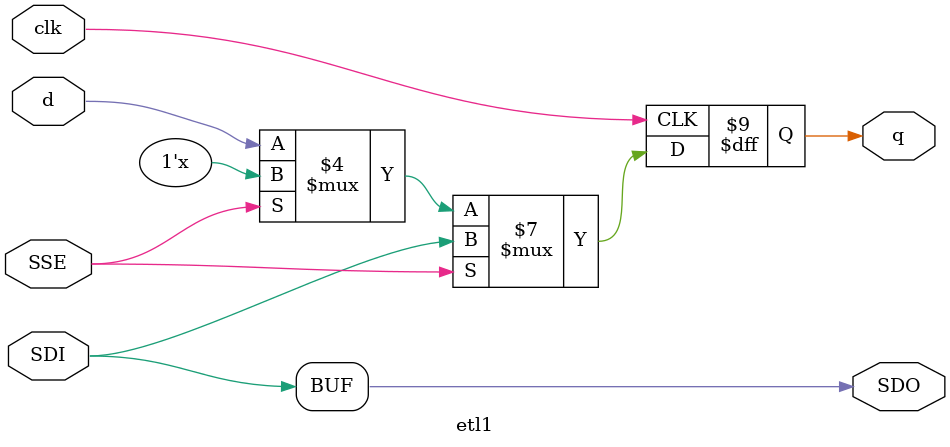
<source format=v>

`timescale 1ps/1ps


module etl1(q, clk, d, SDO, SDI, SSE);

parameter upper=0, lower=0; // default width of output
parameter width = upper - lower + 1;

output [upper:lower] q;     // data out
input                clk;   // clock
input  [upper:lower] d;     // data in
output [upper:lower] SDO;   // scan data out  -- FIXME DAN: REMOVE SDO
input  [upper:lower] SDI;   // scan data in
input                SSE;   // scan shift enable 


`ifdef GUTS_TEST
// ***************************************************************
// GUTS synthesis RTL

reg    [upper:lower] q;
wire   [upper:lower] SDO;

always @(posedge clk)
     q[upper:lower] <= d[upper:lower];

assign SDO[upper:lower] = {width{1'b0}};  // FIXME DAN: REMOVE SDO

//! unused SDI
//! unused SSE


`else

// ***************************************************************
// Simulation-only Rising Edge Flop model.

reg    [upper:lower] q;
wire   [upper:lower] SDO;

always @(posedge clk)
    if (SSE)
        q[upper:lower] <= SDI[upper:lower];  // SDI=0 in reset
    else if (~SSE)
        q[upper:lower] <= d[upper:lower];
    else
        q[upper:lower] <= {width{1'bx}};

// FIXME DAN: SDO should be removed, and this whole ifdef pair as well.
`ifdef SCAN_FLOP
assign SDO[upper:lower] = q[upper:lower];
`else 
assign SDO[upper:lower] = SDI[upper:lower];
`endif

`endif  // GUTS_TEST  


endmodule


</source>
